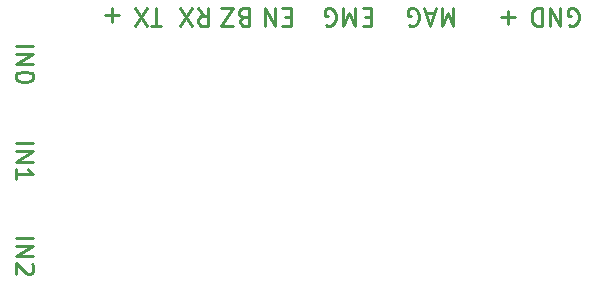
<source format=gto>
G04 #@! TF.FileFunction,Legend,Top*
%FSLAX46Y46*%
G04 Gerber Fmt 4.6, Leading zero omitted, Abs format (unit mm)*
G04 Created by KiCad (PCBNEW 4.0.2+dfsg1-stable) date Thu 29 Sep 2016 13:26:16 BST*
%MOMM*%
G01*
G04 APERTURE LIST*
%ADD10C,0.150000*%
%ADD11C,0.250000*%
%ADD12O,1.727200X1.727200*%
%ADD13C,2.400000*%
G04 APERTURE END LIST*
D10*
D11*
X129121429Y-135510000D02*
X130621429Y-135510000D01*
X129121429Y-136224286D02*
X130621429Y-136224286D01*
X129121429Y-137081429D01*
X130621429Y-137081429D01*
X130478571Y-137724286D02*
X130550000Y-137795715D01*
X130621429Y-137938572D01*
X130621429Y-138295715D01*
X130550000Y-138438572D01*
X130478571Y-138510001D01*
X130335714Y-138581429D01*
X130192857Y-138581429D01*
X129978571Y-138510001D01*
X129121429Y-137652858D01*
X129121429Y-138581429D01*
X129121429Y-127510000D02*
X130621429Y-127510000D01*
X129121429Y-128224286D02*
X130621429Y-128224286D01*
X129121429Y-129081429D01*
X130621429Y-129081429D01*
X129121429Y-130581429D02*
X129121429Y-129724286D01*
X129121429Y-130152858D02*
X130621429Y-130152858D01*
X130407143Y-130010001D01*
X130264286Y-129867143D01*
X130192857Y-129724286D01*
X129121429Y-119260000D02*
X130621429Y-119260000D01*
X129121429Y-119974286D02*
X130621429Y-119974286D01*
X129121429Y-120831429D01*
X130621429Y-120831429D01*
X130621429Y-121831429D02*
X130621429Y-121974286D01*
X130550000Y-122117143D01*
X130478571Y-122188572D01*
X130335714Y-122260001D01*
X130050000Y-122331429D01*
X129692857Y-122331429D01*
X129407143Y-122260001D01*
X129264286Y-122188572D01*
X129192857Y-122117143D01*
X129121429Y-121974286D01*
X129121429Y-121831429D01*
X129192857Y-121688572D01*
X129264286Y-121617143D01*
X129407143Y-121545715D01*
X129692857Y-121474286D01*
X130050000Y-121474286D01*
X130335714Y-121545715D01*
X130478571Y-121617143D01*
X130550000Y-121688572D01*
X130621429Y-121831429D01*
X137871428Y-116652857D02*
X136728571Y-116652857D01*
X137300000Y-116081429D02*
X137300000Y-117224286D01*
X166192857Y-116081429D02*
X166192857Y-117581429D01*
X165692857Y-116510000D01*
X165192857Y-117581429D01*
X165192857Y-116081429D01*
X164550000Y-116510000D02*
X163835714Y-116510000D01*
X164692857Y-116081429D02*
X164192857Y-117581429D01*
X163692857Y-116081429D01*
X162407143Y-117510000D02*
X162550000Y-117581429D01*
X162764286Y-117581429D01*
X162978571Y-117510000D01*
X163121429Y-117367143D01*
X163192857Y-117224286D01*
X163264286Y-116938571D01*
X163264286Y-116724286D01*
X163192857Y-116438571D01*
X163121429Y-116295714D01*
X162978571Y-116152857D01*
X162764286Y-116081429D01*
X162621429Y-116081429D01*
X162407143Y-116152857D01*
X162335714Y-116224286D01*
X162335714Y-116724286D01*
X162621429Y-116724286D01*
X152407143Y-116867143D02*
X151907143Y-116867143D01*
X151692857Y-116081429D02*
X152407143Y-116081429D01*
X152407143Y-117581429D01*
X151692857Y-117581429D01*
X151050000Y-116081429D02*
X151050000Y-117581429D01*
X150192857Y-116081429D01*
X150192857Y-117581429D01*
X148407142Y-116867143D02*
X148192856Y-116795714D01*
X148121428Y-116724286D01*
X148049999Y-116581429D01*
X148049999Y-116367143D01*
X148121428Y-116224286D01*
X148192856Y-116152857D01*
X148335714Y-116081429D01*
X148907142Y-116081429D01*
X148907142Y-117581429D01*
X148407142Y-117581429D01*
X148264285Y-117510000D01*
X148192856Y-117438571D01*
X148121428Y-117295714D01*
X148121428Y-117152857D01*
X148192856Y-117010000D01*
X148264285Y-116938571D01*
X148407142Y-116867143D01*
X148907142Y-116867143D01*
X147549999Y-117581429D02*
X146549999Y-117581429D01*
X147549999Y-116081429D01*
X146549999Y-116081429D01*
X144549999Y-116081429D02*
X145049999Y-116795714D01*
X145407142Y-116081429D02*
X145407142Y-117581429D01*
X144835714Y-117581429D01*
X144692856Y-117510000D01*
X144621428Y-117438571D01*
X144549999Y-117295714D01*
X144549999Y-117081429D01*
X144621428Y-116938571D01*
X144692856Y-116867143D01*
X144835714Y-116795714D01*
X145407142Y-116795714D01*
X144049999Y-117581429D02*
X143049999Y-116081429D01*
X143049999Y-117581429D02*
X144049999Y-116081429D01*
X141442857Y-117581429D02*
X140585714Y-117581429D01*
X141014285Y-116081429D02*
X141014285Y-117581429D01*
X140228571Y-117581429D02*
X139228571Y-116081429D01*
X139228571Y-117581429D02*
X140228571Y-116081429D01*
X159228571Y-116867143D02*
X158728571Y-116867143D01*
X158514285Y-116081429D02*
X159228571Y-116081429D01*
X159228571Y-117581429D01*
X158514285Y-117581429D01*
X157871428Y-116081429D02*
X157871428Y-117581429D01*
X157371428Y-116510000D01*
X156871428Y-117581429D01*
X156871428Y-116081429D01*
X155371428Y-117510000D02*
X155514285Y-117581429D01*
X155728571Y-117581429D01*
X155942856Y-117510000D01*
X156085714Y-117367143D01*
X156157142Y-117224286D01*
X156228571Y-116938571D01*
X156228571Y-116724286D01*
X156157142Y-116438571D01*
X156085714Y-116295714D01*
X155942856Y-116152857D01*
X155728571Y-116081429D01*
X155585714Y-116081429D01*
X155371428Y-116152857D01*
X155299999Y-116224286D01*
X155299999Y-116724286D01*
X155585714Y-116724286D01*
X175942857Y-117510000D02*
X176085714Y-117581429D01*
X176300000Y-117581429D01*
X176514285Y-117510000D01*
X176657143Y-117367143D01*
X176728571Y-117224286D01*
X176800000Y-116938571D01*
X176800000Y-116724286D01*
X176728571Y-116438571D01*
X176657143Y-116295714D01*
X176514285Y-116152857D01*
X176300000Y-116081429D01*
X176157143Y-116081429D01*
X175942857Y-116152857D01*
X175871428Y-116224286D01*
X175871428Y-116724286D01*
X176157143Y-116724286D01*
X175228571Y-116081429D02*
X175228571Y-117581429D01*
X174371428Y-116081429D01*
X174371428Y-117581429D01*
X173657142Y-116081429D02*
X173657142Y-117581429D01*
X173299999Y-117581429D01*
X173085714Y-117510000D01*
X172942856Y-117367143D01*
X172871428Y-117224286D01*
X172799999Y-116938571D01*
X172799999Y-116724286D01*
X172871428Y-116438571D01*
X172942856Y-116295714D01*
X173085714Y-116152857D01*
X173299999Y-116081429D01*
X173657142Y-116081429D01*
X171371428Y-116867143D02*
X170228571Y-116867143D01*
X170800000Y-117438571D02*
X170800000Y-116295714D01*
%LPC*%
D12*
X145800000Y-130300000D03*
X145800000Y-127760000D03*
X148340000Y-130300000D03*
X148340000Y-127760000D03*
X150880000Y-130300000D03*
X150880000Y-127760000D03*
X153420000Y-130300000D03*
X153420000Y-127760000D03*
X155960000Y-130300000D03*
X155960000Y-127760000D03*
X158500000Y-130300000D03*
X158500000Y-127760000D03*
X161040000Y-130300000D03*
X161040000Y-127760000D03*
X163580000Y-130300000D03*
X163580000Y-127760000D03*
X166120000Y-130300000D03*
X166120000Y-127760000D03*
X168660000Y-130300000D03*
X168660000Y-127760000D03*
X171200000Y-130300000D03*
X171200000Y-127760000D03*
X173740000Y-130300000D03*
X173740000Y-127760000D03*
X176280000Y-130300000D03*
X176280000Y-127760000D03*
D13*
X174250000Y-119500000D03*
X170750000Y-119500000D03*
X132500000Y-135350000D03*
X132500000Y-138850000D03*
X132500000Y-127250000D03*
X132500000Y-130750000D03*
X132500000Y-119150000D03*
X132500000Y-122650000D03*
X137000000Y-119500000D03*
X151000000Y-119500000D03*
X140500000Y-119500000D03*
X147500000Y-119500000D03*
X144000000Y-119500000D03*
X166300000Y-119500000D03*
X155500000Y-119500000D03*
X162650000Y-119500000D03*
X159150000Y-119500000D03*
M02*

</source>
